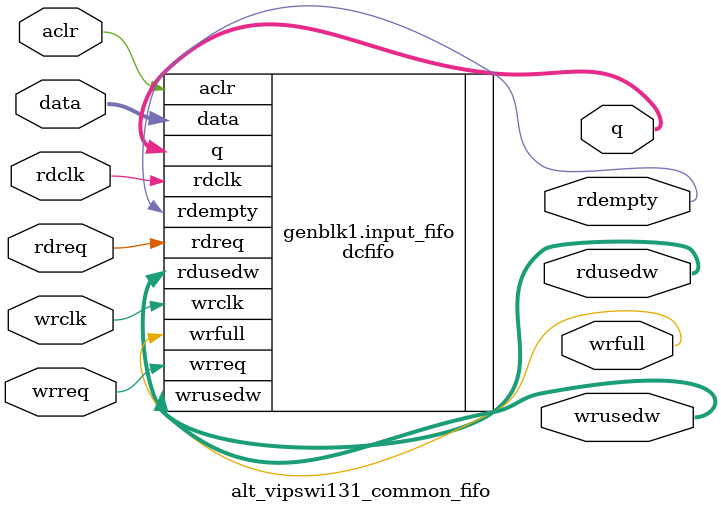
<source format=v>
module alt_vipswi131_common_fifo(
    wrclk,
    rdreq,
    aclr,
    rdclk,
    wrreq,
    data,
    rdusedw,
    rdempty,
    wrusedw,
    wrfull,
    q);

function integer alt_clogb2;
  input [31:0] value;
  integer i;
  begin
    alt_clogb2 = 32;
    for (i=31; i>0; i=i-1) begin
      if (2**i>=value)
        alt_clogb2 = i;
    end
  end
endfunction

parameter DATA_WIDTH = 20;
parameter FIFO_DEPTH = 1920;
parameter CLOCKS_ARE_SAME = 0;

parameter DATA_WIDTHU = alt_clogb2(FIFO_DEPTH);    

input wrclk;
input rdreq;
input aclr;
input rdclk;
input wrreq;
input [DATA_WIDTH-1:0] data;
output [DATA_WIDTHU-1:0] rdusedw;
output rdempty;
output [DATA_WIDTHU-1:0] wrusedw;
output wrfull;
output [DATA_WIDTH-1:0] q;

generate
    if(CLOCKS_ARE_SAME) begin
        assign rdusedw = wrusedw;
        
        scfifo input_fifo(
		    .rdreq(rdreq),
            .aclr(aclr),
			.clock(wrclk),
			.wrreq(wrreq),
			.data(data),
			.empty(rdempty),
			.full(wrfull),
            .usedw(wrusedw),
            .q(q));

        defparam
		    input_fifo.add_ram_output_register = "OFF",
            input_fifo.lpm_hint = "MAXIMIZE_SPEED=7,",      
            input_fifo.lpm_numwords = FIFO_DEPTH,
            input_fifo.lpm_showahead = "OFF",
            input_fifo.lpm_type = "scfifo",
            input_fifo.lpm_width = DATA_WIDTH,
            input_fifo.lpm_widthu = DATA_WIDTHU,
            input_fifo.overflow_checking = "OFF",
            input_fifo.underflow_checking = "OFF",
            input_fifo.use_eab = "ON";
    end else begin
        dcfifo input_fifo(
            .wrclk(wrclk),
            .rdreq(rdreq),
            .aclr(aclr),
            .rdclk(rdclk),
            .wrreq(wrreq),
            .data(data),
            .rdusedw(rdusedw),
            .rdempty(rdempty),
            .wrfull(wrfull),
            .wrusedw(wrusedw),
            .q(q));

        defparam
            input_fifo.lpm_hint = "MAXIMIZE_SPEED=7,",
            input_fifo.lpm_numwords = FIFO_DEPTH,
            input_fifo.lpm_showahead = "OFF",
            input_fifo.lpm_type = "dcfifo",
            input_fifo.lpm_width = DATA_WIDTH,
            input_fifo.lpm_widthu = DATA_WIDTHU,
            input_fifo.overflow_checking = "OFF",
            input_fifo.rdsync_delaypipe = 5,
            input_fifo.underflow_checking = "OFF",
            input_fifo.use_eab = "ON",
            input_fifo.wrsync_delaypipe = 5,
            input_fifo.read_aclr_synch = "ON";
    end
endgenerate

endmodule

</source>
